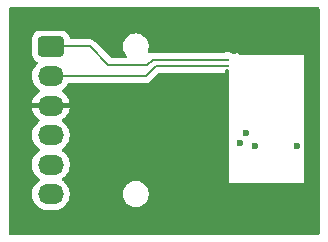
<source format=gtl>
G04 #@! TF.GenerationSoftware,KiCad,Pcbnew,8.0.6*
G04 #@! TF.CreationDate,2024-12-15T18:45:36+01:00*
G04 #@! TF.ProjectId,Test_2,54657374-5f32-42e6-9b69-6361645f7063,rev?*
G04 #@! TF.SameCoordinates,PX85e5580PY67486e0*
G04 #@! TF.FileFunction,Copper,L1,Top*
G04 #@! TF.FilePolarity,Positive*
%FSLAX46Y46*%
G04 Gerber Fmt 4.6, Leading zero omitted, Abs format (unit mm)*
G04 Created by KiCad (PCBNEW 8.0.6) date 2024-12-15 18:45:36*
%MOMM*%
%LPD*%
G01*
G04 APERTURE LIST*
G04 #@! TA.AperFunction,SMDPad,CuDef*
%ADD10O,5.669999X0.200000*%
G04 #@! TD*
G04 #@! TA.AperFunction,SMDPad,CuDef*
%ADD11O,0.200000X11.100001*%
G04 #@! TD*
G04 #@! TA.AperFunction,SMDPad,CuDef*
%ADD12O,0.399999X9.800001*%
G04 #@! TD*
G04 #@! TA.AperFunction,SMDPad,CuDef*
%ADD13O,0.250000X0.499999*%
G04 #@! TD*
G04 #@! TA.AperFunction,SMDPad,CuDef*
%ADD14O,6.799999X0.200000*%
G04 #@! TD*
G04 #@! TA.AperFunction,SMDPad,CuDef*
%ADD15O,0.499999X0.250000*%
G04 #@! TD*
G04 #@! TA.AperFunction,ComponentPad*
%ADD16C,0.599999*%
G04 #@! TD*
G04 #@! TA.AperFunction,ComponentPad*
%ADD17O,2.200000X1.700000*%
G04 #@! TD*
G04 #@! TA.AperFunction,Conductor*
%ADD18C,0.200000*%
G04 #@! TD*
G04 APERTURE END LIST*
D10*
G04 #@! TO.P,M1,E1,GND*
G04 #@! TO.N,GND*
X22800000Y15800000D03*
D11*
X25537500Y10324999D03*
D12*
X18937503Y9624998D03*
D13*
X18937503Y5000004D03*
D14*
X22200001Y4825000D03*
D15*
G04 #@! TO.P,M1,S1,CANL*
G04 #@! TO.N,/Can_L*
X18987501Y15349998D03*
G04 #@! TO.P,M1,S2,CANH*
G04 #@! TO.N,/Can_H*
X18987501Y14849997D03*
D16*
G04 #@! TO.P,M1,V1,V5*
G04 #@! TO.N,+5V*
X20037499Y8300000D03*
G04 #@! TO.P,M1,V2,CAN_VIO*
G04 #@! TO.N,unconnected-(M1-CAN_VIO-PadV2)*
X20562499Y9175002D03*
G04 #@! TO.P,M1,V5,CAN_TX*
G04 #@! TO.N,/Can_TX*
X21312497Y7999998D03*
G04 #@! TO.P,M1,V6,CAN_RX*
G04 #@! TO.N,/Can_RX*
X24862498Y8075001D03*
G04 #@! TD*
G04 #@! TO.P,J1,1,Pin_1*
G04 #@! TO.N,/Can_L*
G04 #@! TA.AperFunction,ComponentPad*
G36*
G01*
X2945007Y15866671D02*
X2945007Y17066671D01*
G75*
G02*
X3195007Y17316671I250000J0D01*
G01*
X4895007Y17316671D01*
G75*
G02*
X5145007Y17066671I0J-250000D01*
G01*
X5145007Y15866671D01*
G75*
G02*
X4895007Y15616671I-250000J0D01*
G01*
X3195007Y15616671D01*
G75*
G02*
X2945007Y15866671I0J250000D01*
G01*
G37*
G04 #@! TD.AperFunction*
D17*
G04 #@! TO.P,J1,2,Pin_2*
G04 #@! TO.N,/Can_H*
X4045007Y13966671D03*
G04 #@! TO.P,J1,3,Pin_3*
G04 #@! TO.N,GND*
X4045007Y11466671D03*
G04 #@! TO.P,J1,4,Pin_4*
G04 #@! TO.N,/Can_TX*
X4045007Y8966671D03*
G04 #@! TO.P,J1,5,Pin_5*
G04 #@! TO.N,/Can_RX*
X4045007Y6466671D03*
G04 #@! TO.P,J1,6,Pin_6*
G04 #@! TO.N,+5V*
X4045007Y3966671D03*
G04 #@! TD*
D18*
G04 #@! TO.N,GND*
X4045007Y11466671D02*
X17095830Y11466671D01*
X17095830Y11466671D02*
X18937503Y9624998D01*
G04 #@! TO.N,/Can_L*
X12200000Y14900000D02*
X12649998Y15349998D01*
X8900000Y14900000D02*
X12200000Y14900000D01*
X12649998Y15349998D02*
X18987501Y15349998D01*
X7333329Y16466671D02*
X8900000Y14900000D01*
X4045007Y16466671D02*
X7333329Y16466671D01*
G04 #@! TO.N,/Can_H*
X12066671Y13966671D02*
X12949997Y14849997D01*
X12949997Y14849997D02*
X18987501Y14849997D01*
X4045007Y13966671D02*
X12066671Y13966671D01*
G04 #@! TD*
G04 #@! TA.AperFunction,Conductor*
G04 #@! TO.N,GND*
G36*
X26742539Y19779815D02*
G01*
X26788294Y19727011D01*
X26799500Y19675500D01*
X26799500Y624500D01*
X26779815Y557461D01*
X26727011Y511706D01*
X26675500Y500500D01*
X624500Y500500D01*
X557461Y520185D01*
X511706Y572989D01*
X500500Y624500D01*
X500500Y17116688D01*
X2444507Y17116688D01*
X2444507Y15816670D01*
X2444508Y15816653D01*
X2455007Y15713875D01*
X2455008Y15713872D01*
X2510192Y15547340D01*
X2510194Y15547335D01*
X2602296Y15398014D01*
X2726351Y15273959D01*
X2881127Y15178493D01*
X2927852Y15126545D01*
X2939075Y15057583D01*
X2911231Y14993500D01*
X2903713Y14985273D01*
X2764896Y14846456D01*
X2639958Y14674492D01*
X2543451Y14485086D01*
X2477760Y14282911D01*
X2457027Y14152008D01*
X2444507Y14072958D01*
X2444507Y13860384D01*
X2477761Y13650428D01*
X2491493Y13608164D01*
X2543451Y13448257D01*
X2639958Y13258851D01*
X2764897Y13086885D01*
X2915216Y12936566D01*
X2915221Y12936562D01*
X3080225Y12816680D01*
X3122891Y12761351D01*
X3128870Y12691737D01*
X3096265Y12629942D01*
X3080225Y12616044D01*
X2915547Y12496399D01*
X2915542Y12496395D01*
X2765283Y12346136D01*
X2765279Y12346131D01*
X2640386Y12174229D01*
X2543911Y11984889D01*
X2478249Y11782801D01*
X2478249Y11782798D01*
X2467776Y11716671D01*
X3496525Y11716671D01*
X3485896Y11698262D01*
X3445007Y11545662D01*
X3445007Y11387680D01*
X3485896Y11235080D01*
X3496525Y11216671D01*
X2467776Y11216671D01*
X2478249Y11150545D01*
X2478249Y11150542D01*
X2543911Y10948454D01*
X2640386Y10759114D01*
X2765279Y10587212D01*
X2765283Y10587207D01*
X2915542Y10436948D01*
X2915547Y10436944D01*
X3080225Y10317299D01*
X3122891Y10261970D01*
X3128870Y10192356D01*
X3096265Y10130561D01*
X3080225Y10116663D01*
X2915221Y9996781D01*
X2915216Y9996777D01*
X2764897Y9846458D01*
X2639958Y9674492D01*
X2543451Y9485086D01*
X2477760Y9282911D01*
X2444507Y9072958D01*
X2444507Y8860384D01*
X2477761Y8650428D01*
X2501534Y8577262D01*
X2543451Y8448257D01*
X2639958Y8258851D01*
X2764897Y8086885D01*
X2915216Y7936566D01*
X2915221Y7936562D01*
X3079800Y7816989D01*
X3122466Y7761660D01*
X3128445Y7692046D01*
X3095840Y7630251D01*
X3079800Y7616353D01*
X2915221Y7496781D01*
X2915216Y7496777D01*
X2764897Y7346458D01*
X2639958Y7174492D01*
X2543451Y6985086D01*
X2477760Y6782911D01*
X2444507Y6572958D01*
X2444507Y6360385D01*
X2477760Y6150432D01*
X2543451Y5948257D01*
X2639958Y5758851D01*
X2764897Y5586885D01*
X2915216Y5436566D01*
X2915221Y5436562D01*
X3079800Y5316989D01*
X3122466Y5261660D01*
X3128445Y5192046D01*
X3095840Y5130251D01*
X3079800Y5116353D01*
X2915221Y4996781D01*
X2915216Y4996777D01*
X2764897Y4846458D01*
X2639958Y4674492D01*
X2543451Y4485086D01*
X2477760Y4282911D01*
X2468488Y4224369D01*
X2444507Y4072958D01*
X2444507Y3860384D01*
X2477761Y3650428D01*
X2512268Y3544226D01*
X2543451Y3448257D01*
X2639958Y3258851D01*
X2764897Y3086885D01*
X2915220Y2936562D01*
X3087186Y2811623D01*
X3087188Y2811622D01*
X3087191Y2811620D01*
X3276595Y2715114D01*
X3478764Y2649425D01*
X3688720Y2616171D01*
X3688721Y2616171D01*
X4401293Y2616171D01*
X4401294Y2616171D01*
X4611250Y2649425D01*
X4813419Y2715114D01*
X5002823Y2811620D01*
X5077907Y2866171D01*
X5174793Y2936562D01*
X5174795Y2936565D01*
X5174799Y2936567D01*
X5325111Y3086879D01*
X5325113Y3086883D01*
X5325116Y3086885D01*
X5450055Y3258851D01*
X5450054Y3258851D01*
X5450058Y3258855D01*
X5546564Y3448259D01*
X5612253Y3650428D01*
X5645507Y3860384D01*
X5645507Y4053282D01*
X10124507Y4053282D01*
X10124507Y3880060D01*
X10151605Y3708970D01*
X10205134Y3544226D01*
X10283775Y3389883D01*
X10385593Y3249743D01*
X10508079Y3127257D01*
X10648219Y3025439D01*
X10802562Y2946798D01*
X10967306Y2893269D01*
X11138396Y2866171D01*
X11138397Y2866171D01*
X11311617Y2866171D01*
X11311618Y2866171D01*
X11482708Y2893269D01*
X11647452Y2946798D01*
X11801795Y3025439D01*
X11941935Y3127257D01*
X12064421Y3249743D01*
X12166239Y3389883D01*
X12244880Y3544226D01*
X12298409Y3708970D01*
X12325507Y3880060D01*
X12325507Y4053282D01*
X12298409Y4224372D01*
X12244880Y4389116D01*
X12166239Y4543459D01*
X12064421Y4683599D01*
X11941935Y4806085D01*
X11801795Y4907903D01*
X11647452Y4986544D01*
X11482708Y5040073D01*
X11482706Y5040074D01*
X11482705Y5040074D01*
X11351278Y5060890D01*
X11311618Y5067171D01*
X11138396Y5067171D01*
X11098735Y5060890D01*
X10967309Y5040074D01*
X10802559Y4986543D01*
X10648218Y4907903D01*
X10568263Y4849812D01*
X10508079Y4806085D01*
X10508077Y4806083D01*
X10508076Y4806083D01*
X10385595Y4683602D01*
X10385595Y4683601D01*
X10385593Y4683599D01*
X10378973Y4674487D01*
X10283775Y4543460D01*
X10205135Y4389119D01*
X10151604Y4224369D01*
X10127623Y4072958D01*
X10124507Y4053282D01*
X5645507Y4053282D01*
X5645507Y4072958D01*
X5612253Y4282914D01*
X5546564Y4485083D01*
X5450058Y4674487D01*
X5450056Y4674490D01*
X5450055Y4674492D01*
X5325116Y4846458D01*
X5174799Y4996775D01*
X5115204Y5040073D01*
X5010211Y5116355D01*
X4967547Y5171682D01*
X4961568Y5241295D01*
X4994173Y5303091D01*
X5010206Y5316985D01*
X5174799Y5436567D01*
X5325111Y5586879D01*
X5325113Y5586883D01*
X5325116Y5586885D01*
X5450055Y5758851D01*
X5450054Y5758851D01*
X5450058Y5758855D01*
X5546564Y5948259D01*
X5612253Y6150428D01*
X5645507Y6360384D01*
X5645507Y6572958D01*
X5612253Y6782914D01*
X5546564Y6985083D01*
X5450058Y7174487D01*
X5450056Y7174490D01*
X5450055Y7174492D01*
X5325116Y7346458D01*
X5174799Y7496775D01*
X5097338Y7553053D01*
X5010211Y7616355D01*
X4967547Y7671682D01*
X4961568Y7741295D01*
X4994173Y7803091D01*
X5010206Y7816985D01*
X5174799Y7936567D01*
X5325111Y8086879D01*
X5325113Y8086883D01*
X5325116Y8086885D01*
X5450055Y8258851D01*
X5450054Y8258851D01*
X5450058Y8258855D01*
X5546564Y8448259D01*
X5612253Y8650428D01*
X5645507Y8860384D01*
X5645507Y9072958D01*
X5612253Y9282914D01*
X5546564Y9485083D01*
X5450058Y9674487D01*
X5450056Y9674490D01*
X5450055Y9674492D01*
X5325116Y9846458D01*
X5174797Y9996777D01*
X5174792Y9996781D01*
X5009788Y10116663D01*
X4967122Y10171993D01*
X4961143Y10241606D01*
X4993748Y10303401D01*
X5009788Y10317300D01*
X5174473Y10436950D01*
X5324730Y10587207D01*
X5324734Y10587212D01*
X5449627Y10759114D01*
X5546102Y10948454D01*
X5611764Y11150542D01*
X5611764Y11150545D01*
X5622238Y11216671D01*
X4593489Y11216671D01*
X4604118Y11235080D01*
X4645007Y11387680D01*
X4645007Y11545662D01*
X4604118Y11698262D01*
X4593489Y11716671D01*
X5622238Y11716671D01*
X5611764Y11782798D01*
X5611764Y11782801D01*
X5546102Y11984889D01*
X5449627Y12174229D01*
X5324734Y12346131D01*
X5324730Y12346136D01*
X5174471Y12496395D01*
X5174466Y12496399D01*
X5009788Y12616044D01*
X4967122Y12671374D01*
X4961143Y12740987D01*
X4993748Y12802782D01*
X5009783Y12816677D01*
X5174799Y12936567D01*
X5325111Y13086879D01*
X5325113Y13086883D01*
X5325116Y13086885D01*
X5383668Y13167478D01*
X5450058Y13258855D01*
X5450356Y13259441D01*
X5470242Y13298466D01*
X5518216Y13349262D01*
X5580726Y13366171D01*
X11980002Y13366171D01*
X11980018Y13366170D01*
X11987614Y13366170D01*
X12145725Y13366170D01*
X12145728Y13366170D01*
X12298456Y13407094D01*
X12348575Y13436032D01*
X12435387Y13486151D01*
X12547191Y13597955D01*
X12547191Y13597957D01*
X12557399Y13608164D01*
X12557400Y13608167D01*
X13162414Y14213178D01*
X13223737Y14246663D01*
X13250095Y14249497D01*
X18662997Y14249497D01*
X18687188Y14247114D01*
X18800891Y14224498D01*
X18800895Y14224497D01*
X18800896Y14224497D01*
X18986109Y14224497D01*
X19053148Y14204812D01*
X19098903Y14152008D01*
X19110109Y14100497D01*
X19110109Y4887558D01*
X25472626Y4887558D01*
X25472626Y7505685D01*
X25491632Y7571657D01*
X25492311Y7572739D01*
X25492313Y7572740D01*
X25588286Y7725480D01*
X25647865Y7895746D01*
X25652464Y7936567D01*
X25668062Y8074998D01*
X25668062Y8075005D01*
X25647866Y8254248D01*
X25647864Y8254259D01*
X25588286Y8424522D01*
X25588284Y8424525D01*
X25491632Y8578346D01*
X25472626Y8644318D01*
X25472626Y15712510D01*
X20097898Y15712510D01*
X20030859Y15732195D01*
X20010217Y15748829D01*
X19783514Y15975532D01*
X19662682Y15854700D01*
X19601359Y15821216D01*
X19531667Y15826200D01*
X19506110Y15839280D01*
X19408792Y15904306D01*
X19408783Y15904311D01*
X19315977Y15942752D01*
X19294952Y15951461D01*
X19294948Y15951462D01*
X19294944Y15951463D01*
X19174110Y15975498D01*
X19174106Y15975498D01*
X18800896Y15975498D01*
X18800891Y15975498D01*
X18687188Y15952881D01*
X18662997Y15950498D01*
X12570940Y15950498D01*
X12418206Y15909574D01*
X12415857Y15908600D01*
X12413718Y15908371D01*
X12410362Y15907471D01*
X12410221Y15907995D01*
X12346386Y15901140D01*
X12283911Y15932422D01*
X12248266Y15992516D01*
X12250486Y16061483D01*
X12298409Y16208970D01*
X12325507Y16380060D01*
X12325507Y16553282D01*
X12298409Y16724372D01*
X12244880Y16889116D01*
X12166239Y17043459D01*
X12064421Y17183599D01*
X11941935Y17306085D01*
X11801795Y17407903D01*
X11647452Y17486544D01*
X11482708Y17540073D01*
X11482706Y17540074D01*
X11482705Y17540074D01*
X11351278Y17560890D01*
X11311618Y17567171D01*
X11138396Y17567171D01*
X11098735Y17560890D01*
X10967309Y17540074D01*
X10802559Y17486543D01*
X10648218Y17407903D01*
X10618076Y17386003D01*
X10508079Y17306085D01*
X10508077Y17306083D01*
X10508076Y17306083D01*
X10385595Y17183602D01*
X10385595Y17183601D01*
X10385593Y17183599D01*
X10353669Y17139660D01*
X10283775Y17043460D01*
X10205135Y16889119D01*
X10151604Y16724369D01*
X10124507Y16553282D01*
X10124507Y16380060D01*
X10151605Y16208970D01*
X10205134Y16044226D01*
X10283775Y15889883D01*
X10385593Y15749743D01*
X10385595Y15749741D01*
X10423155Y15712181D01*
X10456640Y15650858D01*
X10451656Y15581166D01*
X10409784Y15525233D01*
X10344320Y15500816D01*
X10335474Y15500500D01*
X9200097Y15500500D01*
X9133058Y15520185D01*
X9112416Y15536819D01*
X7820919Y16828316D01*
X7820917Y16828319D01*
X7702046Y16947190D01*
X7702045Y16947191D01*
X7615233Y16997311D01*
X7615233Y16997312D01*
X7615229Y16997313D01*
X7565114Y17026248D01*
X7412386Y17067172D01*
X7254272Y17067172D01*
X7246676Y17067172D01*
X7246660Y17067171D01*
X5762542Y17067171D01*
X5695503Y17086856D01*
X5649748Y17139660D01*
X5639184Y17178569D01*
X5638670Y17183602D01*
X5635006Y17219468D01*
X5579821Y17386005D01*
X5487719Y17535327D01*
X5363663Y17659383D01*
X5214341Y17751485D01*
X5047804Y17806670D01*
X5047802Y17806671D01*
X4945017Y17817171D01*
X3145005Y17817171D01*
X3144988Y17817170D01*
X3042210Y17806671D01*
X3042207Y17806670D01*
X2875675Y17751486D01*
X2875670Y17751484D01*
X2726349Y17659382D01*
X2602296Y17535329D01*
X2510194Y17386008D01*
X2510193Y17386005D01*
X2455008Y17219468D01*
X2455008Y17219467D01*
X2455007Y17219467D01*
X2444507Y17116688D01*
X500500Y17116688D01*
X500500Y19675500D01*
X520185Y19742539D01*
X572989Y19788294D01*
X624500Y19799500D01*
X26675500Y19799500D01*
X26742539Y19779815D01*
G37*
G04 #@! TD.AperFunction*
G04 #@! TD*
M02*

</source>
